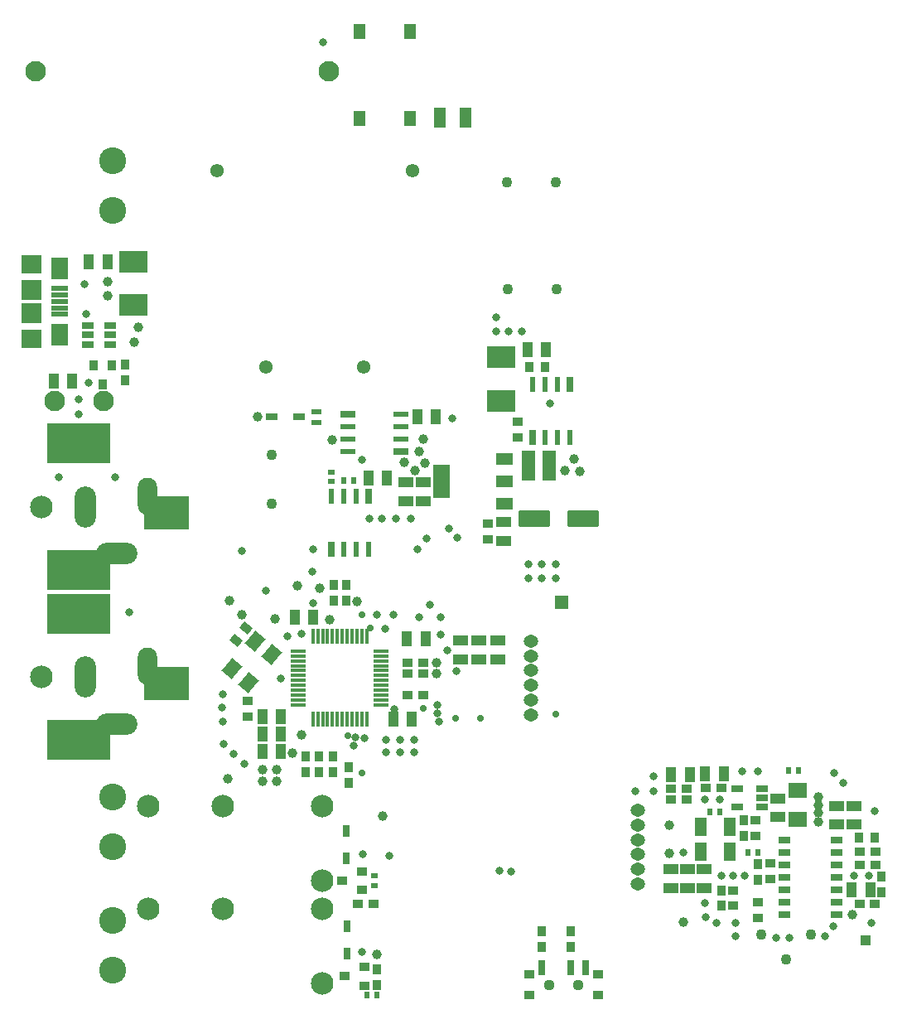
<source format=gts>
G04*
G04 #@! TF.GenerationSoftware,Altium Limited,Altium Designer,23.7.1 (13)*
G04*
G04 Layer_Color=8388736*
%FSLAX25Y25*%
%MOIN*%
G70*
G04*
G04 #@! TF.SameCoordinates,AA4D2978-76EA-46CB-BF31-C62278C5BCD9*
G04*
G04*
G04 #@! TF.FilePolarity,Negative*
G04*
G01*
G75*
%ADD69R,0.05700X0.05701*%
%ADD70R,0.04000X0.04000*%
%ADD71R,0.04921X0.07480*%
%ADD72R,0.04331X0.03347*%
%ADD73R,0.03543X0.04193*%
%ADD74R,0.06102X0.04331*%
%ADD75R,0.02362X0.02756*%
%ADD76R,0.04193X0.03543*%
%ADD77R,0.05039X0.02677*%
%ADD78R,0.04331X0.06102*%
%ADD79R,0.03347X0.04331*%
%ADD80R,0.07480X0.06299*%
%ADD81R,0.04724X0.02756*%
G04:AMPARAMS|DCode=82|XSize=129.92mil|YSize=66.93mil|CornerRadius=9.84mil|HoleSize=0mil|Usage=FLASHONLY|Rotation=0.000|XOffset=0mil|YOffset=0mil|HoleType=Round|Shape=RoundedRectangle|*
%AMROUNDEDRECTD82*
21,1,0.12992,0.04724,0,0,0.0*
21,1,0.11024,0.06693,0,0,0.0*
1,1,0.01968,0.05512,-0.02362*
1,1,0.01968,-0.05512,-0.02362*
1,1,0.01968,-0.05512,0.02362*
1,1,0.01968,0.05512,0.02362*
%
%ADD82ROUNDEDRECTD82*%
%ADD83R,0.04331X0.03543*%
%ADD84R,0.03150X0.06299*%
%ADD85R,0.03937X0.03543*%
%ADD86R,0.02559X0.04528*%
%ADD87R,0.02756X0.02362*%
%ADD88R,0.03543X0.03937*%
%ADD89R,0.05118X0.02756*%
%ADD90R,0.05118X0.02756*%
%ADD91R,0.07874X0.07480*%
%ADD92R,0.07874X0.07874*%
%ADD93R,0.06693X0.08661*%
%ADD94R,0.06693X0.01968*%
%ADD95R,0.11193X0.08894*%
%ADD96R,0.04724X0.06378*%
%ADD97R,0.04724X0.08268*%
%ADD98R,0.04528X0.02559*%
%ADD99R,0.04331X0.02362*%
%ADD100R,0.06299X0.02362*%
%ADD101R,0.06496X0.02756*%
%ADD102R,0.02362X0.06299*%
%ADD103R,0.02756X0.06496*%
%ADD104R,0.05512X0.12205*%
%ADD105R,0.06693X0.13386*%
%ADD106R,0.06693X0.05118*%
G04:AMPARAMS|DCode=107|XSize=33.47mil|YSize=43.31mil|CornerRadius=0mil|HoleSize=0mil|Usage=FLASHONLY|Rotation=50.000|XOffset=0mil|YOffset=0mil|HoleType=Round|Shape=Rectangle|*
%AMROTATEDRECTD107*
4,1,4,0.00583,-0.02674,-0.02734,0.00110,-0.00583,0.02674,0.02734,-0.00110,0.00583,-0.02674,0.0*
%
%ADD107ROTATEDRECTD107*%

G04:AMPARAMS|DCode=108|XSize=66.93mil|YSize=53.15mil|CornerRadius=0mil|HoleSize=0mil|Usage=FLASHONLY|Rotation=50.000|XOffset=0mil|YOffset=0mil|HoleType=Round|Shape=Rectangle|*
%AMROTATEDRECTD108*
4,1,4,-0.00115,-0.04272,-0.04187,-0.00855,0.00115,0.04272,0.04187,0.00855,-0.00115,-0.04272,0.0*
%
%ADD108ROTATEDRECTD108*%

%ADD109R,0.18123X0.13792*%
%ADD110R,0.25210X0.16154*%
%ADD111R,0.01614X0.06142*%
%ADD112R,0.06142X0.01614*%
%ADD113C,0.10839*%
%ADD114C,0.04394*%
%ADD115C,0.08268*%
%ADD116C,0.04331*%
%ADD117O,0.05906X0.05118*%
%ADD118C,0.09068*%
%ADD119O,0.08674X0.16548*%
%ADD120O,0.16548X0.08674*%
%ADD121O,0.07887X0.14973*%
%ADD122C,0.05433*%
%ADD123C,0.03950*%
%ADD124C,0.02769*%
%ADD125C,0.03162*%
D69*
X221150Y162300D02*
D03*
D70*
X343500Y26000D02*
D03*
D71*
X277391Y71750D02*
D03*
X288809D02*
D03*
X277391Y61750D02*
D03*
X288809D02*
D03*
D72*
X299350Y74500D02*
D03*
Y68200D02*
D03*
X305100Y50900D02*
D03*
Y57200D02*
D03*
X290250Y46300D02*
D03*
Y40000D02*
D03*
X300350Y41600D02*
D03*
Y35300D02*
D03*
X203500Y234850D02*
D03*
Y228550D02*
D03*
X191500Y193850D02*
D03*
Y187550D02*
D03*
X94950Y116200D02*
D03*
Y122499D02*
D03*
D73*
X294600Y74450D02*
D03*
Y68150D02*
D03*
X300100Y50551D02*
D03*
Y56850D02*
D03*
X285450Y46300D02*
D03*
Y40000D02*
D03*
X350000Y51799D02*
D03*
Y45500D02*
D03*
X225050Y23350D02*
D03*
Y29649D02*
D03*
X213250Y29649D02*
D03*
Y23350D02*
D03*
X147000Y14338D02*
D03*
Y8039D02*
D03*
X135500Y89401D02*
D03*
Y95700D02*
D03*
X45600Y251350D02*
D03*
Y257650D02*
D03*
X129500Y168999D02*
D03*
Y162700D02*
D03*
X134500Y168999D02*
D03*
Y162700D02*
D03*
X129250Y93851D02*
D03*
Y100150D02*
D03*
X123750Y93851D02*
D03*
Y100150D02*
D03*
X118250Y93851D02*
D03*
Y100150D02*
D03*
D74*
X339000Y72700D02*
D03*
Y80180D02*
D03*
X331950Y72700D02*
D03*
Y80180D02*
D03*
X265200Y47250D02*
D03*
Y54730D02*
D03*
X271950Y47260D02*
D03*
Y54740D02*
D03*
X278750Y47260D02*
D03*
Y54740D02*
D03*
X308200Y75660D02*
D03*
Y83140D02*
D03*
X198000Y186960D02*
D03*
Y194440D02*
D03*
X165500Y210440D02*
D03*
Y202960D02*
D03*
X158500Y210440D02*
D03*
Y202960D02*
D03*
X195500Y139220D02*
D03*
Y146700D02*
D03*
X188000Y139220D02*
D03*
Y146700D02*
D03*
X180500Y139220D02*
D03*
Y146700D02*
D03*
D75*
X296182Y61550D02*
D03*
X300118D02*
D03*
X280931Y77800D02*
D03*
X284869D02*
D03*
X316469Y94350D02*
D03*
X312531D02*
D03*
X143063Y4200D02*
D03*
X147000D02*
D03*
X137437Y211200D02*
D03*
X133500D02*
D03*
D76*
X347400Y40700D02*
D03*
X341100D02*
D03*
X347450Y56550D02*
D03*
X341151D02*
D03*
X341151Y61950D02*
D03*
X347450D02*
D03*
X279350Y87400D02*
D03*
X285650D02*
D03*
X265300Y87250D02*
D03*
X271600D02*
D03*
X265300Y82750D02*
D03*
X271600D02*
D03*
X139201Y40700D02*
D03*
X145500D02*
D03*
X159400Y124800D02*
D03*
X165700D02*
D03*
X165600Y133412D02*
D03*
X159300D02*
D03*
X165600Y137862D02*
D03*
X159300D02*
D03*
D77*
X331950Y66550D02*
D03*
D03*
X311005D02*
D03*
D03*
Y61550D02*
D03*
Y56550D02*
D03*
Y51550D02*
D03*
Y46550D02*
D03*
Y41550D02*
D03*
Y36550D02*
D03*
X331950D02*
D03*
Y41550D02*
D03*
Y46550D02*
D03*
Y51550D02*
D03*
Y56550D02*
D03*
Y61550D02*
D03*
D78*
X337960Y46350D02*
D03*
X345440D02*
D03*
X286480Y93100D02*
D03*
X279000D02*
D03*
X272780Y92850D02*
D03*
X265300D02*
D03*
X121240Y156200D02*
D03*
X113760D02*
D03*
X16760Y251200D02*
D03*
X24240D02*
D03*
X31000Y299200D02*
D03*
X38480D02*
D03*
X207520Y263700D02*
D03*
X215000D02*
D03*
X163260Y236700D02*
D03*
X170740D02*
D03*
X150980Y212200D02*
D03*
X143500D02*
D03*
X108240Y102200D02*
D03*
X100760D02*
D03*
X108240Y109200D02*
D03*
X100760D02*
D03*
X108240Y116200D02*
D03*
X100760D02*
D03*
X166440Y147450D02*
D03*
X158960D02*
D03*
X153560Y115066D02*
D03*
X161040D02*
D03*
D79*
X347300Y67350D02*
D03*
X341000D02*
D03*
X214650Y256700D02*
D03*
X208350D02*
D03*
D80*
X316300Y74933D02*
D03*
Y86350D02*
D03*
D81*
X291782Y87140D02*
D03*
Y79660D02*
D03*
X302018D02*
D03*
Y87140D02*
D03*
Y83400D02*
D03*
D82*
X229823Y195700D02*
D03*
X210177D02*
D03*
D83*
X236071Y12334D02*
D03*
X208118D02*
D03*
X236071Y4066D02*
D03*
X208118D02*
D03*
D84*
X225047Y15090D02*
D03*
X213236D02*
D03*
X230953D02*
D03*
D85*
X134000Y11688D02*
D03*
X141874Y15428D02*
D03*
Y7948D02*
D03*
X133063Y50200D02*
D03*
X140937Y53940D02*
D03*
Y46460D02*
D03*
D86*
X135000Y31700D02*
D03*
Y20676D02*
D03*
X134500Y70212D02*
D03*
Y59188D02*
D03*
D87*
X146000Y52169D02*
D03*
Y48232D02*
D03*
X128500Y214637D02*
D03*
Y210700D02*
D03*
D88*
X36650Y249763D02*
D03*
X32910Y257637D02*
D03*
X40390D02*
D03*
D89*
X30555Y273456D02*
D03*
Y269716D02*
D03*
Y265976D02*
D03*
X39610D02*
D03*
Y269716D02*
D03*
D90*
Y273456D02*
D03*
D91*
X7890Y268239D02*
D03*
Y298161D02*
D03*
D92*
Y287924D02*
D03*
Y278476D02*
D03*
D93*
X19110Y269814D02*
D03*
Y296586D02*
D03*
D94*
Y278082D02*
D03*
Y280641D02*
D03*
Y283200D02*
D03*
Y285759D02*
D03*
Y288318D02*
D03*
D95*
X49000Y281700D02*
D03*
Y299102D02*
D03*
X197000Y243298D02*
D03*
Y260700D02*
D03*
D96*
X139764Y391680D02*
D03*
Y356720D02*
D03*
X160236Y391680D02*
D03*
Y356720D02*
D03*
D97*
X182618Y357200D02*
D03*
X172382D02*
D03*
D98*
X104500Y236700D02*
D03*
X115524D02*
D03*
D99*
X122550Y234585D02*
D03*
Y238915D02*
D03*
D100*
X135370Y237700D02*
D03*
Y232700D02*
D03*
Y227700D02*
D03*
Y222700D02*
D03*
X156630D02*
D03*
Y227700D02*
D03*
Y232700D02*
D03*
Y237700D02*
D03*
D101*
X135370D02*
D03*
X156630Y222700D02*
D03*
D102*
X209500Y228570D02*
D03*
X214500D02*
D03*
X219500D02*
D03*
X224500D02*
D03*
Y249830D02*
D03*
X219500D02*
D03*
X214500D02*
D03*
X209500D02*
D03*
X128500Y183570D02*
D03*
X133500D02*
D03*
X138500D02*
D03*
X143500D02*
D03*
Y204830D02*
D03*
X138500D02*
D03*
X133500D02*
D03*
X128500D02*
D03*
D103*
X209500Y228570D02*
D03*
X224500Y249830D02*
D03*
X128500Y183570D02*
D03*
X143500Y204830D02*
D03*
D104*
X208000Y217200D02*
D03*
X216268D02*
D03*
D105*
X172902Y210700D02*
D03*
D106*
X198098D02*
D03*
Y219755D02*
D03*
Y201645D02*
D03*
D03*
D107*
X90126Y146837D02*
D03*
X94175Y151663D02*
D03*
D108*
X104499Y140996D02*
D03*
X97864Y146563D02*
D03*
X95136Y129837D02*
D03*
X88501Y135404D02*
D03*
D109*
X62197Y198035D02*
D03*
Y129641D02*
D03*
D110*
X26961Y175200D02*
D03*
Y225987D02*
D03*
Y106806D02*
D03*
Y157594D02*
D03*
D111*
X121173Y115066D02*
D03*
X123142D02*
D03*
X138890D02*
D03*
X136921D02*
D03*
X125110D02*
D03*
X127079D02*
D03*
X129047D02*
D03*
X131016D02*
D03*
X132984D02*
D03*
X142827D02*
D03*
X140858D02*
D03*
X134953D02*
D03*
X121173Y148334D02*
D03*
X123142D02*
D03*
X125110D02*
D03*
X127079D02*
D03*
X129047D02*
D03*
X131016D02*
D03*
X132984D02*
D03*
X134953D02*
D03*
X136921D02*
D03*
X138890D02*
D03*
X140858D02*
D03*
X142827D02*
D03*
D112*
X148634Y142527D02*
D03*
Y140558D02*
D03*
Y138590D02*
D03*
Y136621D02*
D03*
Y134653D02*
D03*
Y132684D02*
D03*
Y130716D02*
D03*
Y128747D02*
D03*
Y126779D02*
D03*
Y124810D02*
D03*
Y122842D02*
D03*
Y120873D02*
D03*
X115366D02*
D03*
Y122842D02*
D03*
Y124810D02*
D03*
Y126779D02*
D03*
Y128747D02*
D03*
Y130716D02*
D03*
Y132684D02*
D03*
Y134653D02*
D03*
Y136621D02*
D03*
Y138590D02*
D03*
Y140558D02*
D03*
Y142527D02*
D03*
D113*
X40500Y339823D02*
D03*
Y319823D02*
D03*
Y14200D02*
D03*
Y34200D02*
D03*
Y83700D02*
D03*
Y63700D02*
D03*
D114*
X216189Y8200D02*
D03*
X228000D02*
D03*
D115*
X17157Y243200D02*
D03*
X36843D02*
D03*
X127555Y375700D02*
D03*
X9445D02*
D03*
D116*
X321622Y28600D02*
D03*
X301578D02*
D03*
X311541Y18539D02*
D03*
X199315Y331200D02*
D03*
X219000D02*
D03*
X199500Y288200D02*
D03*
X219185D02*
D03*
X104500Y221543D02*
D03*
Y201857D02*
D03*
D117*
X251850Y66611D02*
D03*
Y48895D02*
D03*
Y54800D02*
D03*
Y60706D02*
D03*
Y72517D02*
D03*
Y78422D02*
D03*
X209000Y116936D02*
D03*
Y122842D02*
D03*
Y134653D02*
D03*
Y140558D02*
D03*
Y146464D02*
D03*
Y128747D02*
D03*
D118*
X125000Y8700D02*
D03*
Y38700D02*
D03*
X55000D02*
D03*
X85000D02*
D03*
Y80200D02*
D03*
X125000D02*
D03*
Y50200D02*
D03*
X55000Y80200D02*
D03*
X12000Y200594D02*
D03*
Y132200D02*
D03*
D119*
X29717Y200594D02*
D03*
Y132200D02*
D03*
D120*
X42315Y181696D02*
D03*
Y113302D02*
D03*
D121*
X54520Y204924D02*
D03*
Y136531D02*
D03*
D122*
X141555Y256960D02*
D03*
X82500Y335700D02*
D03*
X102185Y256960D02*
D03*
X161240Y335700D02*
D03*
D123*
X162100Y215200D02*
D03*
X158050Y218450D02*
D03*
X166200Y218300D02*
D03*
X264550Y61250D02*
D03*
X338375Y36475D02*
D03*
X324750Y73800D02*
D03*
Y80450D02*
D03*
Y77350D02*
D03*
Y83650D02*
D03*
X128050Y155100D02*
D03*
X114900Y168850D02*
D03*
X38500Y291193D02*
D03*
Y285443D02*
D03*
X146850Y20525D02*
D03*
X101000Y94650D02*
D03*
Y90100D02*
D03*
X49252Y266817D02*
D03*
X50794Y272675D02*
D03*
X170800Y133550D02*
D03*
Y137700D02*
D03*
X92700Y157050D02*
D03*
X264700Y72350D02*
D03*
X270200Y33550D02*
D03*
X98801Y236822D02*
D03*
X87650Y162800D02*
D03*
X123900Y167900D02*
D03*
X86850Y91150D02*
D03*
X163800Y222950D02*
D03*
X138950Y162500D02*
D03*
X165600Y227750D02*
D03*
X105900Y155400D02*
D03*
X106700Y90100D02*
D03*
Y94650D02*
D03*
X226250Y219900D02*
D03*
X222500Y215250D02*
D03*
X228750Y214800D02*
D03*
X149350Y76050D02*
D03*
X116750Y108700D02*
D03*
X113075Y101600D02*
D03*
X128850Y227600D02*
D03*
D124*
X188600Y115550D02*
D03*
X135135Y108337D02*
D03*
X140900Y93350D02*
D03*
X165650Y119400D02*
D03*
X218950Y117100D02*
D03*
X144110Y151710D02*
D03*
X140900Y157050D02*
D03*
X178450Y115450D02*
D03*
D125*
X270300Y61550D02*
D03*
X29850Y278200D02*
D03*
X92600Y182800D02*
D03*
X102200Y166850D02*
D03*
X138242Y107731D02*
D03*
X137600Y104431D02*
D03*
X279400Y35400D02*
D03*
X283721Y32979D02*
D03*
X347300Y78150D02*
D03*
X290350Y52250D02*
D03*
X294900D02*
D03*
X285750D02*
D03*
X291400Y33100D02*
D03*
X291250Y27700D02*
D03*
X251050Y86200D02*
D03*
X258150D02*
D03*
Y92100D02*
D03*
X278900Y82700D02*
D03*
X284850D02*
D03*
X300300Y94200D02*
D03*
X293900D02*
D03*
X334450Y89450D02*
D03*
X331050Y93450D02*
D03*
X344850Y52250D02*
D03*
X338850D02*
D03*
X345900Y33250D02*
D03*
X327350Y27700D02*
D03*
X330550Y31800D02*
D03*
X312800Y27200D02*
D03*
X307600D02*
D03*
X47300Y158150D02*
D03*
X177350Y236200D02*
D03*
X178800Y134450D02*
D03*
X140950Y21450D02*
D03*
X29400Y290050D02*
D03*
X27000Y237900D02*
D03*
X30800Y250400D02*
D03*
X26954Y243849D02*
D03*
X18950Y212500D02*
D03*
X41750D02*
D03*
X125250Y387550D02*
D03*
X140900Y219550D02*
D03*
X216550Y242100D02*
D03*
X194900Y276650D02*
D03*
X205100Y271000D02*
D03*
X199850D02*
D03*
X194900D02*
D03*
X219050Y171800D02*
D03*
X207950D02*
D03*
X213400D02*
D03*
X219050Y177600D02*
D03*
X213400D02*
D03*
X207950D02*
D03*
X160540Y195950D02*
D03*
X154700D02*
D03*
X148850D02*
D03*
X143800D02*
D03*
X172600Y149200D02*
D03*
X200950Y53900D02*
D03*
X196400Y54050D02*
D03*
X152000Y60050D02*
D03*
X141300Y60650D02*
D03*
X156350Y106950D02*
D03*
X161850Y101750D02*
D03*
X156350D02*
D03*
X150700D02*
D03*
Y106950D02*
D03*
X161850D02*
D03*
X175100Y142900D02*
D03*
X172550Y156050D02*
D03*
X168300Y161300D02*
D03*
X163800Y156050D02*
D03*
X111050Y148600D02*
D03*
X116750Y149350D02*
D03*
X146945Y157000D02*
D03*
X153550D02*
D03*
X150365Y151599D02*
D03*
X84800Y125250D02*
D03*
X84650Y119850D02*
D03*
X93700Y97050D02*
D03*
X89350Y101150D02*
D03*
X85128Y105122D02*
D03*
X84800Y114200D02*
D03*
X108200Y131641D02*
D03*
X153950Y119300D02*
D03*
X141862Y107469D02*
D03*
X172000Y114102D02*
D03*
X171308Y120731D02*
D03*
X171212Y117370D02*
D03*
X121250Y161850D02*
D03*
X167000Y187650D02*
D03*
X163300Y183450D02*
D03*
X175900Y191750D02*
D03*
X179300Y188300D02*
D03*
X278850Y41300D02*
D03*
X120800Y174450D02*
D03*
X121136Y183600D02*
D03*
M02*

</source>
